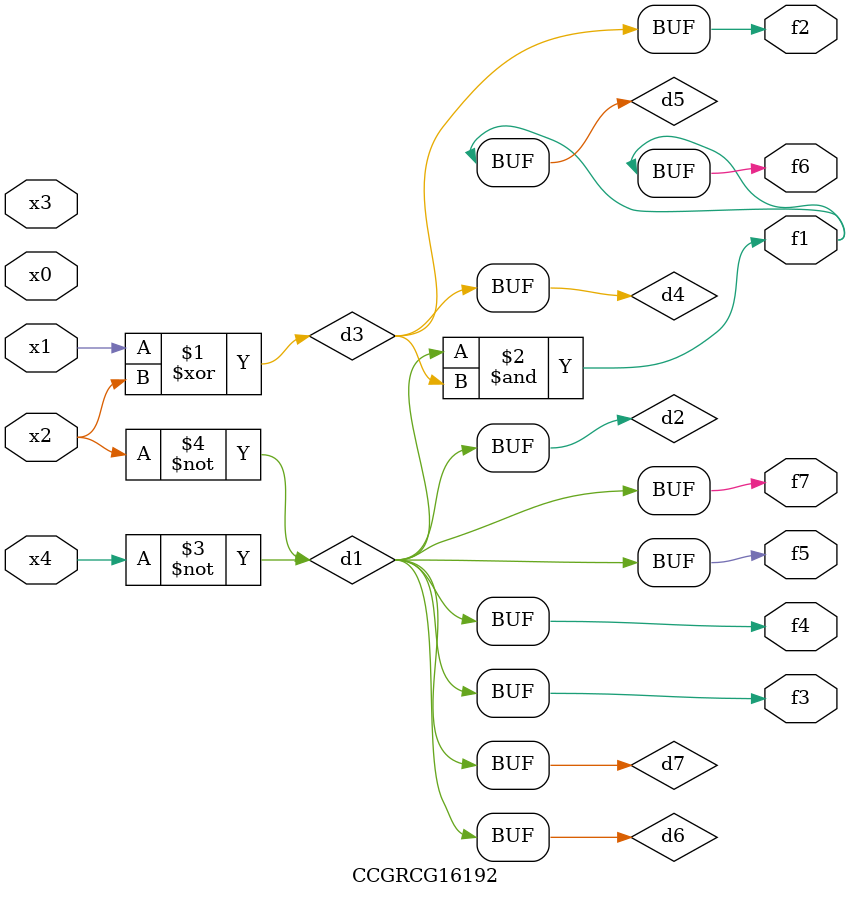
<source format=v>
module CCGRCG16192(
	input x0, x1, x2, x3, x4,
	output f1, f2, f3, f4, f5, f6, f7
);

	wire d1, d2, d3, d4, d5, d6, d7;

	not (d1, x4);
	not (d2, x2);
	xor (d3, x1, x2);
	buf (d4, d3);
	and (d5, d1, d3);
	buf (d6, d1, d2);
	buf (d7, d2);
	assign f1 = d5;
	assign f2 = d4;
	assign f3 = d7;
	assign f4 = d7;
	assign f5 = d7;
	assign f6 = d5;
	assign f7 = d7;
endmodule

</source>
